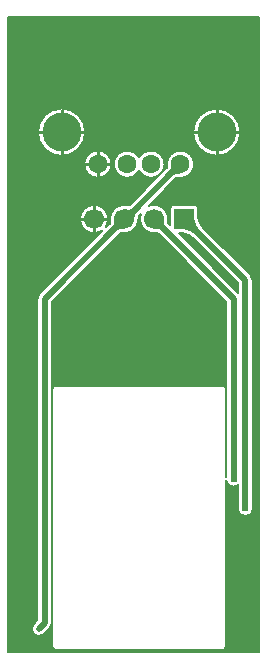
<source format=gtl>
G04 Layer: TopLayer*
G04 EasyEDA Pro v2.1.54, 2024-04-03 12:40:51*
G04 Gerber Generator version 0.3*
G04 Scale: 100 percent, Rotated: No, Reflected: No*
G04 Dimensions in millimeters*
G04 Leading zeros omitted, absolute positions, 3 integers and 5 decimals*
%FSLAX35Y35*%
%MOMM*%
%ADD8191C,0.2032*%
%ADD10C,0.254*%
%ADD11R,1.7X1.7*%
%ADD12C,1.7*%
%ADD13C,1.6*%
%ADD14C,3.3060*%
%ADD15C,3.29999*%
%ADD16C,0.61*%
%ADD17C,0.5*%
%ADD18C,0.6*%
G75*


G04 Copper Start*
G36*
G01X1485814Y-5864186D02*
G01X1485814Y-485814D01*
G01X3614186D01*
G01Y-5864186D01*
G01X1485814D01*
G37*
%LPC*%
G36*
G01X3299991Y-5851052D02*
G03X3335805Y-5815238I0J35814D01*
G01Y-4416630D01*
G03X3400000Y-4466314I64195J16630D01*
G03X3439186Y-4453498I0J66314D01*
G01Y-4623557D01*
G03X3433686Y-4650000I60814J-26443D01*
G03X3500000Y-4716314I66314J0D01*
G03X3566314Y-4650000I0J66314D01*
G03X3560814Y-4623557I-66314J0D01*
G01Y-2719000D01*
G03X3543002Y-2675998I-60814J0D01*
G01X3144357Y-2277353D01*
G02X3101814Y-2193931I107258J107258D01*
G01Y-2115000D01*
G03X3066000Y-2079186I-35814J0D01*
G01X2896000D01*
G03X2860186Y-2115000I0J-35814D01*
G01Y-2247182D01*
G01X2852229Y-2239225D01*
G01X2850711Y-2237608D01*
G01X2849912Y-2236633D01*
G01X2849250Y-2235696D01*
G01X2849119Y-2235485D01*
G01X2848931Y-2235143D01*
G01X2848878Y-2235033D01*
G01X2848602Y-2234358D01*
G01X2848424Y-2233814D01*
G01X2848244Y-2233098D01*
G01X2848090Y-2232277D01*
G01X2847865Y-2230435D01*
G01X2847697Y-2227527D01*
G01X2847828Y-2214125D01*
G01Y-2214124D01*
G01X2847830Y-2213921D01*
G01X2847886Y-2200195D01*
G01X2847887Y-2200048D01*
G01X2847851Y-2198452D01*
G01X2847762Y-2196450D01*
G03X2847577Y-2192434I-120762J-3551D01*
G03X2727000Y-2079186I-120577J-7566D01*
G03X2684666Y-2086846I0J-120814D01*
G01X2915467Y-1856045D01*
G01X2917245Y-1854411D01*
G01X2918164Y-1853707D01*
G01X2918843Y-1853282D01*
G01X2919420Y-1852994D01*
G01X2920069Y-1852742D01*
G01X2920962Y-1852482D01*
G01X2922244Y-1852215D01*
G01X2923825Y-1851993D01*
G01X2927520Y-1851710D01*
G01X2945859Y-1851497D01*
G01X2946737Y-1851476D01*
G01X2946738D01*
G01X2951646Y-1851299D01*
G03X2957265Y-1851083I-1634J115802D01*
G03X3065826Y-1735496I-7253J115587D01*
G03X2950012Y-1619683I-115814J0D01*
G03X2834426Y-1728244I0J-115814D01*
G03X2834200Y-1734905I115587J-7253D01*
G01X2834002Y-1741246D01*
G01X2833987Y-1741944D01*
G01X2833798Y-1757986D01*
G01X2833516Y-1761683D01*
G01X2833293Y-1763265D01*
G01X2833026Y-1764547D01*
G01X2832766Y-1765440D01*
G01X2832515Y-1766088D01*
G01X2832226Y-1766666D01*
G01X2831801Y-1767345D01*
G01X2831097Y-1768263D01*
G01X2829463Y-1770041D01*
G01X2518487Y-2081018D01*
G01X2516176Y-2083184D01*
G01X2515457Y-2083782D01*
G01X2514912Y-2084189D01*
G01X2514366Y-2084147D01*
G01X2510803Y-2083649D01*
G01X2496094Y-2081022D01*
G01X2494240Y-2080740D01*
G01X2487500Y-2079898D01*
G01X2485442Y-2079701D01*
G01X2479621Y-2079312D01*
G01X2477405Y-2079233D01*
G01X2476132Y-2079227D01*
G03X2473000Y-2079186I-3132J-120773D01*
G01X2470994Y-2079203D01*
G01X2470981D01*
G01X2469355Y-2079240D01*
G01X2469261Y-2079244D01*
G03X2465434Y-2079423I3739J-120756D01*
G03X2352423Y-2192434I7566J-120577D01*
G03X2352190Y-2199069I120577J-7566D01*
G01X2352069Y-2202762D01*
G01X2352050Y-2203936D01*
G01X2352054Y-2204499D01*
G01X2352360Y-2223948D01*
G01X2352258Y-2228757D01*
G01X2352087Y-2230985D01*
G01X2351936Y-2232135D01*
G01X2351756Y-2233098D01*
G01X2351576Y-2233814D01*
G01X2351398Y-2234358D01*
G01X2351122Y-2235033D01*
G01X2351069Y-2235143D01*
G01X2350881Y-2235485D01*
G01X2350751Y-2235696D01*
G01X2350088Y-2236633D01*
G01X2349289Y-2237608D01*
G01X2347771Y-2239225D01*
G01X2318565Y-2268432D01*
G03X2339814Y-2200000I-99565J68431D01*
G03X2219000Y-2079186I-120814J0D01*
G03X2098186Y-2200000I0J-120814D01*
G03X2219000Y-2320814I120814J0D01*
G03X2287432Y-2299565I0J120814D01*
G01X1756998Y-2829998D01*
G03X1739186Y-2873000I43002J-43002D01*
G01Y-5594814D01*
G01X1706999Y-5627001D01*
G03X1689187Y-5670003I43002J-43002D01*
G03X1750001Y-5730817I60814J0D01*
G03X1793003Y-5713005I0J60814D01*
G01X1843002Y-5663006D01*
G03X1860814Y-5620004I-43002J43002D01*
G01Y-2898190D01*
G01X2433775Y-2325229D01*
G01X2435392Y-2323711D01*
G01X2436367Y-2322912D01*
G01X2437304Y-2322250D01*
G01X2437516Y-2322119D01*
G01X2437858Y-2321931D01*
G01X2437967Y-2321878D01*
G01X2438643Y-2321602D01*
G01X2439186Y-2321424D01*
G01X2439902Y-2321244D01*
G01X2440723Y-2321090D01*
G01X2442565Y-2320865D01*
G01X2445473Y-2320697D01*
G01X2458876Y-2320828D01*
G01X2459079Y-2320830D01*
G01X2472805Y-2320886D01*
G01X2472953Y-2320887D01*
G01X2474548Y-2320851D01*
G01X2476551Y-2320762D01*
G03X2480566Y-2320577I-3551J120762D01*
G03X2593549Y-2207989I-7566J120577D01*
G01X2594529Y-2196416D01*
G01X2595456Y-2189628D01*
G01X2596311Y-2185097D01*
G01X2597337Y-2180914D01*
G01X2598568Y-2177013D01*
G01X2599317Y-2175073D01*
G01X2600169Y-2173191D01*
G01X2601034Y-2171557D01*
G01X2601902Y-2170156D01*
G01X2602769Y-2168959D01*
G01X2603885Y-2167647D01*
G01X2604344Y-2167168D01*
G01X2613846Y-2157666D01*
G03X2606186Y-2200000I113154J-42334D01*
G03X2719434Y-2320577I120814J0D01*
G03X2726069Y-2320810I7566J120577D01*
G01X2729762Y-2320931D01*
G01X2730936Y-2320951D01*
G01X2731499Y-2320946D01*
G01X2750948Y-2320640D01*
G01X2755757Y-2320742D01*
G01X2757985Y-2320913D01*
G01X2759135Y-2321064D01*
G01X2760098Y-2321244D01*
G01X2760814Y-2321424D01*
G01X2761358Y-2321602D01*
G01X2762033Y-2321878D01*
G01X2762143Y-2321931D01*
G01X2762485Y-2322119D01*
G01X2762696Y-2322250D01*
G01X2763633Y-2322912D01*
G01X2764608Y-2323711D01*
G01X2766225Y-2325229D01*
G01X3339186Y-2898190D01*
G01Y-4373557D01*
G03X3335805Y-4383370I60814J-26443D01*
G01Y-3645237D01*
G03X3299991Y-3609423I-35814J0D01*
G01X1899994D01*
G03X1864180Y-3645237I0J-35814D01*
G01Y-5815238D01*
G03X1899994Y-5851052I35814J0D01*
G01X3299991D01*
G37*
G36*
G01X3256996Y-1665317D02*
G03X3457810Y-1464504I0J200814D01*
G03X3256996Y-1263690I-200814J0D01*
G03X3056183Y-1464504I0J-200814D01*
G03X3256996Y-1665317I200814J0D01*
G37*
G36*
G01X1943004Y-1665317D02*
G03X2143817Y-1464504I0J200814D01*
G03X1943004Y-1263690I-200814J0D01*
G03X1742190Y-1464504I0J-200814D01*
G03X1943004Y-1665317I200814J0D01*
G37*
G36*
G01X2700000Y-1851310D02*
G03X2815814Y-1735496I0J115814D01*
G03X2700000Y-1619683I-115814J0D01*
G03X2600000Y-1677076I0J-115814D01*
G03X2500000Y-1619683I-100000J-58420D01*
G03X2384186Y-1735496I0J-115814D01*
G03X2500000Y-1851310I115814J0D01*
G03X2600000Y-1793916I0J115814D01*
G03X2700000Y-1851310I100000J58420D01*
G37*
G36*
G01X2250013Y-1851310D02*
G03X2365827Y-1735496I0J115814D01*
G03X2250013Y-1619683I-115814J0D01*
G03X2134200Y-1735496I0J-115814D01*
G03X2250013Y-1851310I115814J0D01*
G37*
%LPD*%
G36*
G01X3439186Y-2826182D02*
G01X2933818Y-2320814D01*
G01X2974931D01*
G02X3058353Y-2363357I-23836J-149801D01*
G01X3439186Y-2744190D01*
G01Y-2826182D01*
G37*
G54D8191*
G01X1485814Y-5864186D02*
G01X1485814Y-485814D01*
G01X3614186D01*
G01Y-5864186D01*
G01X1485814D01*
G01X3299991Y-5851052D02*
G03X3335805Y-5815238I0J35814D01*
G01Y-4416630D01*
G03X3400000Y-4466314I64195J16630D01*
G03X3439186Y-4453498I0J66314D01*
G01Y-4623557D01*
G03X3433686Y-4650000I60814J-26443D01*
G03X3500000Y-4716314I66314J0D01*
G03X3566314Y-4650000I0J66314D01*
G03X3560814Y-4623557I-66314J0D01*
G01Y-2719000D01*
G03X3543002Y-2675998I-60814J0D01*
G01X3144357Y-2277353D01*
G02X3101814Y-2193931I107258J107258D01*
G01Y-2115000D01*
G03X3066000Y-2079186I-35814J0D01*
G01X2896000D01*
G03X2860186Y-2115000I0J-35814D01*
G01Y-2247182D01*
G01X2852229Y-2239225D01*
G01X2850711Y-2237608D01*
G01X2849912Y-2236633D01*
G01X2849250Y-2235696D01*
G01X2849119Y-2235485D01*
G01X2848931Y-2235143D01*
G01X2848878Y-2235033D01*
G01X2848602Y-2234358D01*
G01X2848424Y-2233814D01*
G01X2848244Y-2233098D01*
G01X2848090Y-2232277D01*
G01X2847865Y-2230435D01*
G01X2847697Y-2227527D01*
G01X2847828Y-2214125D01*
G01Y-2214124D01*
G01X2847830Y-2213921D01*
G01X2847886Y-2200195D01*
G01X2847887Y-2200048D01*
G01X2847851Y-2198452D01*
G01X2847762Y-2196450D01*
G03X2847577Y-2192434I-120762J-3551D01*
G03X2727000Y-2079186I-120577J-7566D01*
G03X2684666Y-2086846I0J-120814D01*
G01X2915467Y-1856045D01*
G01X2917245Y-1854411D01*
G01X2918164Y-1853707D01*
G01X2918843Y-1853282D01*
G01X2919420Y-1852994D01*
G01X2920069Y-1852742D01*
G01X2920962Y-1852482D01*
G01X2922244Y-1852215D01*
G01X2923825Y-1851993D01*
G01X2927520Y-1851710D01*
G01X2945859Y-1851497D01*
G01X2946737Y-1851476D01*
G01X2946738D01*
G01X2951646Y-1851299D01*
G03X2957265Y-1851083I-1634J115802D01*
G03X3065826Y-1735496I-7253J115587D01*
G03X2950012Y-1619683I-115814J0D01*
G03X2834426Y-1728244I0J-115814D01*
G03X2834200Y-1734905I115587J-7253D01*
G01X2834002Y-1741246D01*
G01X2833987Y-1741944D01*
G01X2833798Y-1757986D01*
G01X2833516Y-1761683D01*
G01X2833293Y-1763265D01*
G01X2833026Y-1764547D01*
G01X2832766Y-1765440D01*
G01X2832515Y-1766088D01*
G01X2832226Y-1766666D01*
G01X2831801Y-1767345D01*
G01X2831097Y-1768263D01*
G01X2829463Y-1770041D01*
G01X2518487Y-2081018D01*
G01X2516176Y-2083184D01*
G01X2515457Y-2083782D01*
G01X2514912Y-2084189D01*
G01X2514366Y-2084147D01*
G01X2510803Y-2083649D01*
G01X2496094Y-2081022D01*
G01X2494240Y-2080740D01*
G01X2487500Y-2079898D01*
G01X2485442Y-2079701D01*
G01X2479621Y-2079312D01*
G01X2477405Y-2079233D01*
G01X2476132Y-2079227D01*
G03X2473000Y-2079186I-3132J-120773D01*
G01X2470994Y-2079203D01*
G01X2470981D01*
G01X2469355Y-2079240D01*
G01X2469261Y-2079244D01*
G03X2465434Y-2079423I3739J-120756D01*
G03X2352423Y-2192434I7566J-120577D01*
G03X2352190Y-2199069I120577J-7566D01*
G01X2352069Y-2202762D01*
G01X2352050Y-2203936D01*
G01X2352054Y-2204499D01*
G01X2352360Y-2223948D01*
G01X2352258Y-2228757D01*
G01X2352087Y-2230985D01*
G01X2351936Y-2232135D01*
G01X2351756Y-2233098D01*
G01X2351576Y-2233814D01*
G01X2351398Y-2234358D01*
G01X2351122Y-2235033D01*
G01X2351069Y-2235143D01*
G01X2350881Y-2235485D01*
G01X2350751Y-2235696D01*
G01X2350088Y-2236633D01*
G01X2349289Y-2237608D01*
G01X2347771Y-2239225D01*
G01X2318565Y-2268432D01*
G03X2339814Y-2200000I-99565J68431D01*
G03X2219000Y-2079186I-120814J0D01*
G03X2098186Y-2200000I0J-120814D01*
G03X2219000Y-2320814I120814J0D01*
G03X2287432Y-2299565I0J120814D01*
G01X1756998Y-2829998D01*
G03X1739186Y-2873000I43002J-43002D01*
G01Y-5594814D01*
G01X1706999Y-5627001D01*
G03X1689187Y-5670003I43002J-43002D01*
G03X1750001Y-5730817I60814J0D01*
G03X1793003Y-5713005I0J60814D01*
G01X1843002Y-5663006D01*
G03X1860814Y-5620004I-43002J43002D01*
G01Y-2898190D01*
G01X2433775Y-2325229D01*
G01X2435392Y-2323711D01*
G01X2436367Y-2322912D01*
G01X2437304Y-2322250D01*
G01X2437516Y-2322119D01*
G01X2437858Y-2321931D01*
G01X2437967Y-2321878D01*
G01X2438643Y-2321602D01*
G01X2439186Y-2321424D01*
G01X2439902Y-2321244D01*
G01X2440723Y-2321090D01*
G01X2442565Y-2320865D01*
G01X2445473Y-2320697D01*
G01X2458876Y-2320828D01*
G01X2459079Y-2320830D01*
G01X2472805Y-2320886D01*
G01X2472953Y-2320887D01*
G01X2474548Y-2320851D01*
G01X2476551Y-2320762D01*
G03X2480566Y-2320577I-3551J120762D01*
G03X2593549Y-2207989I-7566J120577D01*
G01X2594529Y-2196416D01*
G01X2595456Y-2189628D01*
G01X2596311Y-2185097D01*
G01X2597337Y-2180914D01*
G01X2598568Y-2177013D01*
G01X2599317Y-2175073D01*
G01X2600169Y-2173191D01*
G01X2601034Y-2171557D01*
G01X2601902Y-2170156D01*
G01X2602769Y-2168959D01*
G01X2603885Y-2167647D01*
G01X2604344Y-2167168D01*
G01X2613846Y-2157666D01*
G03X2606186Y-2200000I113154J-42334D01*
G03X2719434Y-2320577I120814J0D01*
G03X2726069Y-2320810I7566J120577D01*
G01X2729762Y-2320931D01*
G01X2730936Y-2320951D01*
G01X2731499Y-2320946D01*
G01X2750948Y-2320640D01*
G01X2755757Y-2320742D01*
G01X2757985Y-2320913D01*
G01X2759135Y-2321064D01*
G01X2760098Y-2321244D01*
G01X2760814Y-2321424D01*
G01X2761358Y-2321602D01*
G01X2762033Y-2321878D01*
G01X2762143Y-2321931D01*
G01X2762485Y-2322119D01*
G01X2762696Y-2322250D01*
G01X2763633Y-2322912D01*
G01X2764608Y-2323711D01*
G01X2766225Y-2325229D01*
G01X3339186Y-2898190D01*
G01Y-4373557D01*
G03X3335805Y-4383370I60814J-26443D01*
G01Y-3645237D01*
G03X3299991Y-3609423I-35814J0D01*
G01X1899994D01*
G03X1864180Y-3645237I0J-35814D01*
G01Y-5815238D01*
G03X1899994Y-5851052I35814J0D01*
G01X3299991D01*
G01X3256996Y-1665317D02*
G03X3457810Y-1464504I0J200814D01*
G03X3256996Y-1263690I-200814J0D01*
G03X3056183Y-1464504I0J-200814D01*
G03X3256996Y-1665317I200814J0D01*
G01X1943004Y-1665317D02*
G03X2143817Y-1464504I0J200814D01*
G03X1943004Y-1263690I-200814J0D01*
G03X1742190Y-1464504I0J-200814D01*
G03X1943004Y-1665317I200814J0D01*
G01X2700000Y-1851310D02*
G03X2815814Y-1735496I0J115814D01*
G03X2700000Y-1619683I-115814J0D01*
G03X2600000Y-1677076I0J-115814D01*
G03X2500000Y-1619683I-100000J-58420D01*
G03X2384186Y-1735496I0J-115814D01*
G03X2500000Y-1851310I115814J0D01*
G03X2600000Y-1793916I0J115814D01*
G03X2700000Y-1851310I100000J58420D01*
G01X2250013Y-1851310D02*
G03X2365827Y-1735496I0J115814D01*
G03X2250013Y-1619683I-115814J0D01*
G03X2134200Y-1735496I0J-115814D01*
G03X2250013Y-1851310I115814J0D01*
G01X3439186Y-2826182D02*
G01X2933818Y-2320814D01*
G01X2974931D01*
G02X3058353Y-2363357I-23836J-149801D01*
G01X3439186Y-2744190D01*
G01Y-2826182D01*
G54D10*
G01X1943004Y-1464504D02*
G01X2133911Y-1464504D01*
G01X1943004Y-1464504D02*
G01X1752096Y-1464504D01*
G01X1943004Y-1464504D02*
G01X1943004Y-1655411D01*
G01X1943004Y-1464504D02*
G01X1943004Y-1273596D01*
G01X2219000Y-2200000D02*
G01X2329908Y-2200000D01*
G01X2219000Y-2200000D02*
G01X2108092Y-2200000D01*
G01X2219000Y-2200000D02*
G01X2219000Y-2310908D01*
G01X2219000Y-2200000D02*
G01X2219000Y-2089092D01*
G01X2250013Y-1735496D02*
G01X2355921Y-1735496D01*
G01X2250013Y-1735496D02*
G01X2144106Y-1735496D01*
G01X2250013Y-1735496D02*
G01X2250013Y-1841404D01*
G01X2250013Y-1735496D02*
G01X2250013Y-1629589D01*
G01X3256996Y-1464504D02*
G01X3447904Y-1464504D01*
G01X3256996Y-1464504D02*
G01X3066089Y-1464504D01*
G01X3256996Y-1464504D02*
G01X3256996Y-1655411D01*
G01X3256996Y-1464504D02*
G01X3256996Y-1273596D01*
G04 Copper End*

G04 Tear Start*
G36*
G01X3083678Y-2338033D02*
G01X3119033Y-2302678D01*
G02X3066000Y-2196612I132582J132582D01*
G01X2977612Y-2285000D01*
G02X3083678Y-2338033I-26516J-185615D01*
G37*
G36*
G01X2791150Y-2299505D02*
G01X2826505Y-2264150D01*
G01X2823777Y-2261244D01*
G01X2821402Y-2258347D01*
G01X2819357Y-2255452D01*
G01X2818165Y-2253520D01*
G01X2817101Y-2251584D01*
G01X2816160Y-2249642D01*
G01X2814961Y-2246713D01*
G01X2813997Y-2243760D01*
G01X2813245Y-2240775D01*
G01X2812679Y-2237751D01*
G01X2812177Y-2233649D01*
G01X2811872Y-2228385D01*
G01X2812016Y-2213773D01*
G01X2812073Y-2200047D01*
G01X2811833Y-2194677D01*
G01X2721677Y-2284833D01*
G01X2730936Y-2285137D01*
G01X2751045Y-2284820D01*
G01X2757511Y-2284957D01*
G01X2761683Y-2285278D01*
G01X2764751Y-2285679D01*
G01X2767775Y-2286244D01*
G01X2770760Y-2286997D01*
G01X2773713Y-2287961D01*
G01X2776642Y-2289160D01*
G01X2778584Y-2290101D01*
G01X2780520Y-2291165D01*
G01X2782452Y-2292357D01*
G01X2785347Y-2294402D01*
G01X2788244Y-2296777D01*
G01X2791150Y-2299505D01*
G37*
G36*
G01X2373495Y-2264150D02*
G01X2408850Y-2299505D01*
G01X2411756Y-2296777D01*
G01X2414653Y-2294402D01*
G01X2417548Y-2292357D01*
G01X2419480Y-2291165D01*
G01X2421416Y-2290101D01*
G01X2423358Y-2289160D01*
G01X2426287Y-2287961D01*
G01X2429241Y-2286997D01*
G01X2432226Y-2286244D01*
G01X2435249Y-2285679D01*
G01X2439351Y-2285177D01*
G01X2444615Y-2284872D01*
G01X2459227Y-2285016D01*
G01X2472953Y-2285073D01*
G01X2478323Y-2284833D01*
G01X2388167Y-2194677D01*
G01X2387863Y-2203936D01*
G01X2388180Y-2224045D01*
G01X2388043Y-2230511D01*
G01X2387722Y-2234683D01*
G01X2387321Y-2237751D01*
G01X2386756Y-2240775D01*
G01X2386003Y-2243760D01*
G01X2385039Y-2246713D01*
G01X2383840Y-2249642D01*
G01X2382899Y-2251584D01*
G01X2381835Y-2253520D01*
G01X2380643Y-2255452D01*
G01X2378598Y-2258347D01*
G01X2376223Y-2261244D01*
G01X2373495Y-2264150D01*
G37*
G36*
G01X2578760Y-2142104D02*
G01X2543404Y-2106749D01*
G01X2539896Y-2110038D01*
G01X2537629Y-2111924D01*
G01X2535411Y-2113578D01*
G01X2533237Y-2115013D01*
G01X2531101Y-2116240D01*
G01X2528998Y-2117272D01*
G01X2526920Y-2118120D01*
G01X2524862Y-2118798D01*
G01X2522818Y-2119317D01*
G01X2520783Y-2119689D01*
G01X2518750Y-2119926D01*
G01X2516712Y-2120041D01*
G01X2513636Y-2120010D01*
G01X2510518Y-2119772D01*
G01X2505173Y-2119024D01*
G01X2489796Y-2116278D01*
G01X2483056Y-2115435D01*
G01X2477235Y-2115047D01*
G01X2470981Y-2115017D01*
G01X2467677Y-2115167D01*
G01X2557833Y-2205323D01*
G01X2558920Y-2192481D01*
G01X2560094Y-2183883D01*
G01X2561297Y-2177505D01*
G01X2562833Y-2171247D01*
G01X2564753Y-2165163D01*
G01X2566271Y-2161230D01*
G01X2567999Y-2157413D01*
G01X2569950Y-2153728D01*
G01X2572140Y-2150192D01*
G01X2574584Y-2146820D01*
G01X2577297Y-2143628D01*
G01X2578760Y-2142104D01*
G37*
G36*
G01X2378308Y-2259337D02*
G01X2413663Y-2294692D01*
G01X2417179Y-2291460D01*
G01X2420717Y-2288751D01*
G01X2424286Y-2286517D01*
G01X2427897Y-2284712D01*
G01X2431559Y-2283292D01*
G01X2435282Y-2282209D01*
G01X2439076Y-2281418D01*
G01X2442950Y-2280873D01*
G01X2448934Y-2280416D01*
G01X2468431Y-2280189D01*
G01X2478010Y-2279843D01*
G01X2393157Y-2194990D01*
G01X2392786Y-2206868D01*
G01X2392584Y-2224066D01*
G01X2392127Y-2230050D01*
G01X2391582Y-2233924D01*
G01X2390791Y-2237718D01*
G01X2389708Y-2241441D01*
G01X2388288Y-2245103D01*
G01X2386483Y-2248714D01*
G01X2384249Y-2252284D01*
G01X2381540Y-2255821D01*
G01X2378308Y-2259337D01*
G37*
G36*
G01X2573946Y-2146917D02*
G01X2538591Y-2111562D01*
G01X2535354Y-2114598D01*
G01X2533256Y-2116345D01*
G01X2531199Y-2117881D01*
G01X2529180Y-2119220D01*
G01X2527192Y-2120371D01*
G01X2525229Y-2121346D01*
G01X2523289Y-2122155D01*
G01X2521363Y-2122809D01*
G01X2519449Y-2123318D01*
G01X2517540Y-2123695D01*
G01X2515631Y-2123949D01*
G01X2513718Y-2124092D01*
G01X2510827Y-2124120D01*
G01X2507895Y-2123959D01*
G01X2502873Y-2123369D01*
G01X2488484Y-2121064D01*
G01X2482213Y-2120349D01*
G01X2476816Y-2120025D01*
G01X2471036Y-2120017D01*
G01X2467990Y-2120157D01*
G01X2552843Y-2205010D01*
G01X2553532Y-2197422D01*
G01X2554697Y-2189574D01*
G01X2556378Y-2181644D01*
G01X2558002Y-2175747D01*
G01X2559957Y-2169978D01*
G01X2562259Y-2164410D01*
G01X2563995Y-2160847D01*
G01X2565898Y-2157427D01*
G01X2567973Y-2154175D01*
G01X2570225Y-2151111D01*
G01X2572659Y-2148258D01*
G01X2573946Y-2146917D01*
G37*
G36*
G01X2786337Y-2294692D02*
G01X2821692Y-2259337D01*
G01X2818460Y-2255821D01*
G01X2815751Y-2252284D01*
G01X2813517Y-2248714D01*
G01X2811712Y-2245103D01*
G01X2810292Y-2241441D01*
G01X2809209Y-2237718D01*
G01X2808418Y-2233924D01*
G01X2807873Y-2230050D01*
G01X2807416Y-2224066D01*
G01X2807189Y-2204569D01*
G01X2806843Y-2194990D01*
G01X2721990Y-2279843D01*
G01X2733868Y-2280214D01*
G01X2751066Y-2280416D01*
G01X2757050Y-2280873D01*
G01X2760924Y-2281418D01*
G01X2764718Y-2282209D01*
G01X2768441Y-2283292D01*
G01X2772103Y-2284712D01*
G01X2775714Y-2286517D01*
G01X2779284Y-2288751D01*
G01X2782821Y-2291460D01*
G01X2786337Y-2294692D01*
G37*
G36*
G01X3040337Y-2294692D02*
G01X3075692Y-2259337D01*
G01X3072460Y-2255821D01*
G01X3069751Y-2252284D01*
G01X3067517Y-2248714D01*
G01X3065712Y-2245103D01*
G01X3064292Y-2241441D01*
G01X3063209Y-2237718D01*
G01X3062418Y-2233924D01*
G01X3061873Y-2230050D01*
G01X3061416Y-2224066D01*
G01X3061189Y-2204569D01*
G01X3060843Y-2194990D01*
G01X2975990Y-2279843D01*
G01X2987868Y-2280214D01*
G01X3005066Y-2280416D01*
G01X3011050Y-2280873D01*
G01X3014924Y-2281418D01*
G01X3018718Y-2282209D01*
G01X3022441Y-2283292D01*
G01X3026103Y-2284712D01*
G01X3029714Y-2286517D01*
G01X3033284Y-2288751D01*
G01X3036821Y-2291460D01*
G01X3040337Y-2294692D01*
G37*
G36*
G01X2855320Y-1794833D02*
G01X2890675Y-1830188D01*
G01X2894191Y-1826957D01*
G01X2897729Y-1824247D01*
G01X2901298Y-1822013D01*
G01X2904909Y-1820209D01*
G01X2908571Y-1818788D01*
G01X2912294Y-1817706D01*
G01X2916088Y-1816915D01*
G01X2919962Y-1816369D01*
G01X2925946Y-1815912D01*
G01X2945443Y-1815685D01*
G01X2955022Y-1815339D01*
G01X2870169Y-1730487D01*
G01X2869798Y-1742364D01*
G01X2869596Y-1759563D01*
G01X2869139Y-1765546D01*
G01X2868594Y-1769421D01*
G01X2867803Y-1773214D01*
G01X2866720Y-1776938D01*
G01X2865300Y-1780600D01*
G01X2863495Y-1784211D01*
G01X2861261Y-1787780D01*
G01X2858552Y-1791317D01*
G01X2855320Y-1794833D01*
G37*
G04 Tear End*

G04 Pad Start*
G54D11*
G01X2981000Y-2200000D03*
G54D12*
G01X2727000Y-2200000D03*
G01X2473000Y-2200000D03*
G01X2219000Y-2200000D03*
G54D13*
G01X2219000Y-2200000D03*
G01X2473000Y-2200000D03*
G01X2727000Y-2200000D03*
G01X2981000Y-2200000D03*
G01X2950012Y-1735496D03*
G01X2700000Y-1735496D03*
G01X2500000Y-1735496D03*
G01X2250014Y-1735496D03*
G54D15*
G01X3256997Y-1464504D03*
G01X1943004Y-1464504D03*
G04 Pad End*

G04 Via Start*
G54D16*
G01X3500000Y-4650000D03*
G01X3400000Y-4400000D03*
G54D17*
G01X1750001Y-5670003D03*
G54D18*
G01X1950000Y-3300000D03*
G01X3250000Y-3300000D03*
G01X2600000Y-2400000D03*
G01X1600000Y-600000D03*
G01X3500000Y-600000D03*
G01X2600000Y-600000D03*
G01X1600000Y-1500000D03*
G01X2600000Y-1500000D03*
G01X3500000Y-2100000D03*
G01X2900000Y-2000000D03*
G01X1600000Y-2000000D03*
G01X1900000Y-2400000D03*
G01X2600000Y-2900000D03*
G54D17*
G01X3060002Y-2410001D03*
G01X3420002Y-2770002D03*
G01X1550000Y-5800000D03*
G01X3550000Y-5800000D03*
G01X3550000Y-4800000D03*
G01X3550000Y-5300000D03*
G01X1550000Y-5300000D03*
G01X1550000Y-4800000D03*
G01X1550000Y-4250000D03*
G01X1550000Y-3950000D03*
G04 Via End*

G04 Track Start*
G01X3500000Y-4650000D02*
G01X3500000Y-2719000D01*
G01X2981000Y-2200000D01*
G01X3400000Y-4400000D02*
G01X3400000Y-2873000D01*
G01X2727000Y-2200000D01*
G01X2473000Y-2200000D02*
G01X1800000Y-2873000D01*
G01X1750001Y-5670003D02*
G01X1800000Y-5620004D01*
G01Y-2873000D01*
G01X2950012Y-1735496D02*
G01X2485508Y-2200000D01*
G01X2473000D01*
G04 Track End*

M02*

</source>
